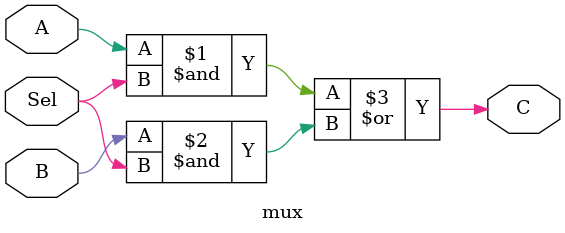
<source format=v>
`timescale 1ns / 1ps


module mux(
    input A,
    input B,
    input Sel,
    output C
    );
    
    
    assign C = (A & Sel) | (B & Sel);
    
endmodule

</source>
